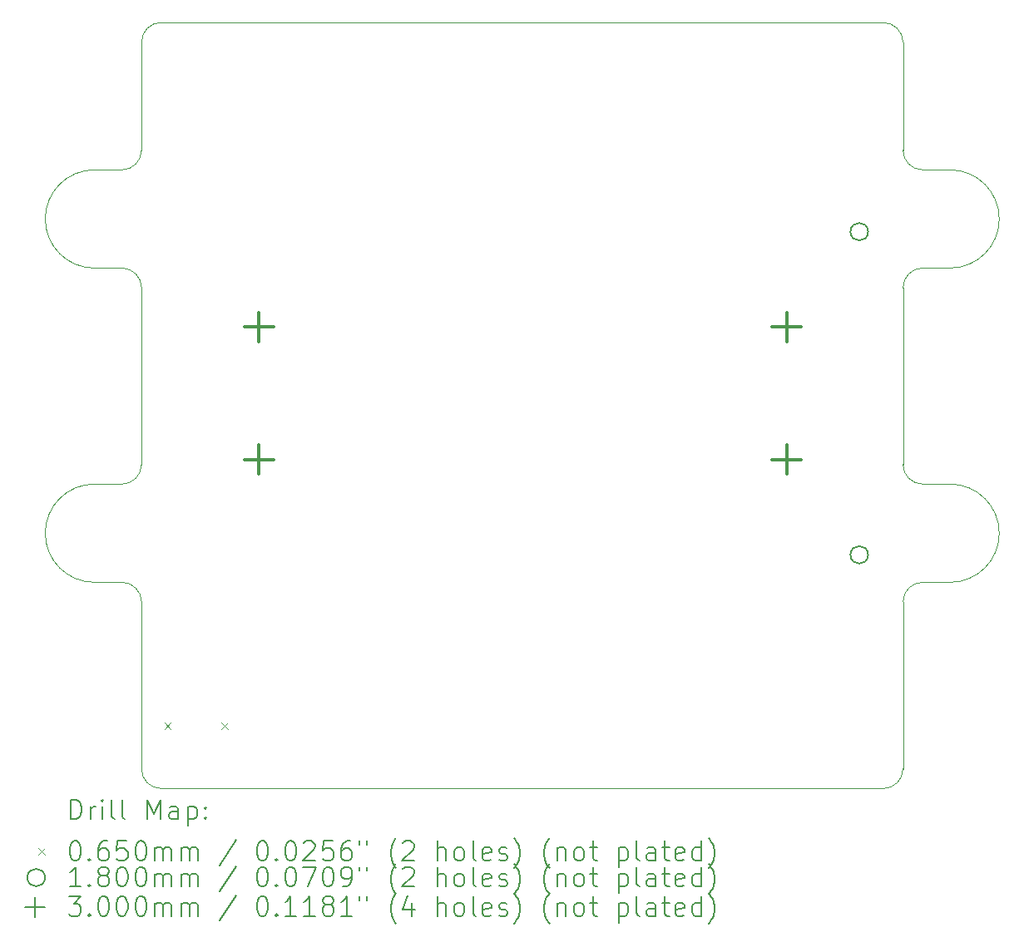
<source format=gbr>
%TF.GenerationSoftware,KiCad,Pcbnew,8.0.2*%
%TF.CreationDate,2025-08-03T00:44:15+02:00*%
%TF.ProjectId,MarinaWatch,4d617269-6e61-4576-9174-63682e6b6963,rev?*%
%TF.SameCoordinates,Original*%
%TF.FileFunction,Drillmap*%
%TF.FilePolarity,Positive*%
%FSLAX45Y45*%
G04 Gerber Fmt 4.5, Leading zero omitted, Abs format (unit mm)*
G04 Created by KiCad (PCBNEW 8.0.2) date 2025-08-03 00:44:15*
%MOMM*%
%LPD*%
G01*
G04 APERTURE LIST*
%ADD10C,0.050000*%
%ADD11C,0.200000*%
%ADD12C,0.100000*%
%ADD13C,0.180000*%
%ADD14C,0.300000*%
G04 APERTURE END LIST*
D10*
X11840000Y-12300000D02*
X12120000Y-12300000D01*
X20270000Y-9100000D02*
G75*
G02*
X20070000Y-8900000I0J200000D01*
G01*
X20270000Y-12300000D02*
G75*
G02*
X20070000Y-12100000I0J200000D01*
G01*
X11840000Y-10100000D02*
X12120000Y-10100000D01*
X11840000Y-13300000D02*
G75*
G02*
X11840000Y-12300000I0J500000D01*
G01*
X20070000Y-15200000D02*
G75*
G02*
X19870000Y-15400000I-200000J0D01*
G01*
X20070000Y-12100000D02*
X20070000Y-10300000D01*
X20550000Y-12300000D02*
G75*
G02*
X20550000Y-13300000I0J-500000D01*
G01*
X20550000Y-9100000D02*
G75*
G02*
X20550000Y-10100000I0J-500000D01*
G01*
X19870000Y-7600000D02*
X12520000Y-7600000D01*
X20550000Y-12300000D02*
X20270000Y-12300000D01*
X11840000Y-9100000D02*
X12120000Y-9100000D01*
X11840000Y-10100000D02*
G75*
G02*
X11840000Y-9100000I0J500000D01*
G01*
X12320000Y-8900000D02*
G75*
G02*
X12120000Y-9100000I-200000J0D01*
G01*
X20550000Y-10100000D02*
X20270000Y-10100000D01*
X20550000Y-13300000D02*
X20270000Y-13300000D01*
X12320000Y-7800000D02*
X12320000Y-8900000D01*
X12120000Y-10100000D02*
G75*
G02*
X12320000Y-10300000I0J-200000D01*
G01*
X11840000Y-13300000D02*
X12120000Y-13300000D01*
X12520000Y-15400000D02*
X19870000Y-15400000D01*
X20070000Y-7800000D02*
X20070000Y-8900000D01*
X20070000Y-13500000D02*
X20070000Y-15200000D01*
X20550000Y-9100000D02*
X20270000Y-9100000D01*
X12120000Y-13300000D02*
G75*
G02*
X12320000Y-13500000I0J-200000D01*
G01*
X12320000Y-7800000D02*
G75*
G02*
X12520000Y-7600000I200000J0D01*
G01*
X20070000Y-13500000D02*
G75*
G02*
X20270000Y-13300000I200000J0D01*
G01*
X12320000Y-10300000D02*
X12320000Y-12100000D01*
X20070000Y-10300000D02*
G75*
G02*
X20270000Y-10100000I200000J0D01*
G01*
X12320000Y-12100000D02*
G75*
G02*
X12120000Y-12300000I-200000J0D01*
G01*
X12520000Y-15400000D02*
G75*
G02*
X12320000Y-15200000I0J200000D01*
G01*
X19870000Y-7600000D02*
G75*
G02*
X20070000Y-7800000I-710J-200710D01*
G01*
X12320000Y-13500000D02*
X12320000Y-15200000D01*
D11*
D12*
X12553500Y-14732000D02*
X12618500Y-14797000D01*
X12618500Y-14732000D02*
X12553500Y-14797000D01*
X13131500Y-14732000D02*
X13196500Y-14797000D01*
X13196500Y-14732000D02*
X13131500Y-14797000D01*
D13*
X19715000Y-9730000D02*
G75*
G02*
X19535000Y-9730000I-90000J0D01*
G01*
X19535000Y-9730000D02*
G75*
G02*
X19715000Y-9730000I90000J0D01*
G01*
X19715000Y-13020000D02*
G75*
G02*
X19535000Y-13020000I-90000J0D01*
G01*
X19535000Y-13020000D02*
G75*
G02*
X19715000Y-13020000I90000J0D01*
G01*
D14*
X13515000Y-10550000D02*
X13515000Y-10850000D01*
X13365000Y-10700000D02*
X13665000Y-10700000D01*
X13515000Y-11900000D02*
X13515000Y-12200000D01*
X13365000Y-12050000D02*
X13665000Y-12050000D01*
X18885000Y-10550000D02*
X18885000Y-10850000D01*
X18735000Y-10700000D02*
X19035000Y-10700000D01*
X18885000Y-11900000D02*
X18885000Y-12200000D01*
X18735000Y-12050000D02*
X19035000Y-12050000D01*
D11*
X11598277Y-15713984D02*
X11598277Y-15513984D01*
X11598277Y-15513984D02*
X11645896Y-15513984D01*
X11645896Y-15513984D02*
X11674467Y-15523508D01*
X11674467Y-15523508D02*
X11693515Y-15542555D01*
X11693515Y-15542555D02*
X11703039Y-15561603D01*
X11703039Y-15561603D02*
X11712562Y-15599698D01*
X11712562Y-15599698D02*
X11712562Y-15628269D01*
X11712562Y-15628269D02*
X11703039Y-15666365D01*
X11703039Y-15666365D02*
X11693515Y-15685412D01*
X11693515Y-15685412D02*
X11674467Y-15704460D01*
X11674467Y-15704460D02*
X11645896Y-15713984D01*
X11645896Y-15713984D02*
X11598277Y-15713984D01*
X11798277Y-15713984D02*
X11798277Y-15580650D01*
X11798277Y-15618746D02*
X11807801Y-15599698D01*
X11807801Y-15599698D02*
X11817324Y-15590174D01*
X11817324Y-15590174D02*
X11836372Y-15580650D01*
X11836372Y-15580650D02*
X11855420Y-15580650D01*
X11922086Y-15713984D02*
X11922086Y-15580650D01*
X11922086Y-15513984D02*
X11912562Y-15523508D01*
X11912562Y-15523508D02*
X11922086Y-15533031D01*
X11922086Y-15533031D02*
X11931610Y-15523508D01*
X11931610Y-15523508D02*
X11922086Y-15513984D01*
X11922086Y-15513984D02*
X11922086Y-15533031D01*
X12045896Y-15713984D02*
X12026848Y-15704460D01*
X12026848Y-15704460D02*
X12017324Y-15685412D01*
X12017324Y-15685412D02*
X12017324Y-15513984D01*
X12150658Y-15713984D02*
X12131610Y-15704460D01*
X12131610Y-15704460D02*
X12122086Y-15685412D01*
X12122086Y-15685412D02*
X12122086Y-15513984D01*
X12379229Y-15713984D02*
X12379229Y-15513984D01*
X12379229Y-15513984D02*
X12445896Y-15656841D01*
X12445896Y-15656841D02*
X12512562Y-15513984D01*
X12512562Y-15513984D02*
X12512562Y-15713984D01*
X12693515Y-15713984D02*
X12693515Y-15609222D01*
X12693515Y-15609222D02*
X12683991Y-15590174D01*
X12683991Y-15590174D02*
X12664943Y-15580650D01*
X12664943Y-15580650D02*
X12626848Y-15580650D01*
X12626848Y-15580650D02*
X12607801Y-15590174D01*
X12693515Y-15704460D02*
X12674467Y-15713984D01*
X12674467Y-15713984D02*
X12626848Y-15713984D01*
X12626848Y-15713984D02*
X12607801Y-15704460D01*
X12607801Y-15704460D02*
X12598277Y-15685412D01*
X12598277Y-15685412D02*
X12598277Y-15666365D01*
X12598277Y-15666365D02*
X12607801Y-15647317D01*
X12607801Y-15647317D02*
X12626848Y-15637793D01*
X12626848Y-15637793D02*
X12674467Y-15637793D01*
X12674467Y-15637793D02*
X12693515Y-15628269D01*
X12788753Y-15580650D02*
X12788753Y-15780650D01*
X12788753Y-15590174D02*
X12807801Y-15580650D01*
X12807801Y-15580650D02*
X12845896Y-15580650D01*
X12845896Y-15580650D02*
X12864943Y-15590174D01*
X12864943Y-15590174D02*
X12874467Y-15599698D01*
X12874467Y-15599698D02*
X12883991Y-15618746D01*
X12883991Y-15618746D02*
X12883991Y-15675888D01*
X12883991Y-15675888D02*
X12874467Y-15694936D01*
X12874467Y-15694936D02*
X12864943Y-15704460D01*
X12864943Y-15704460D02*
X12845896Y-15713984D01*
X12845896Y-15713984D02*
X12807801Y-15713984D01*
X12807801Y-15713984D02*
X12788753Y-15704460D01*
X12969705Y-15694936D02*
X12979229Y-15704460D01*
X12979229Y-15704460D02*
X12969705Y-15713984D01*
X12969705Y-15713984D02*
X12960182Y-15704460D01*
X12960182Y-15704460D02*
X12969705Y-15694936D01*
X12969705Y-15694936D02*
X12969705Y-15713984D01*
X12969705Y-15590174D02*
X12979229Y-15599698D01*
X12979229Y-15599698D02*
X12969705Y-15609222D01*
X12969705Y-15609222D02*
X12960182Y-15599698D01*
X12960182Y-15599698D02*
X12969705Y-15590174D01*
X12969705Y-15590174D02*
X12969705Y-15609222D01*
D12*
X11272500Y-16010000D02*
X11337500Y-16075000D01*
X11337500Y-16010000D02*
X11272500Y-16075000D01*
D11*
X11636372Y-15933984D02*
X11655420Y-15933984D01*
X11655420Y-15933984D02*
X11674467Y-15943508D01*
X11674467Y-15943508D02*
X11683991Y-15953031D01*
X11683991Y-15953031D02*
X11693515Y-15972079D01*
X11693515Y-15972079D02*
X11703039Y-16010174D01*
X11703039Y-16010174D02*
X11703039Y-16057793D01*
X11703039Y-16057793D02*
X11693515Y-16095888D01*
X11693515Y-16095888D02*
X11683991Y-16114936D01*
X11683991Y-16114936D02*
X11674467Y-16124460D01*
X11674467Y-16124460D02*
X11655420Y-16133984D01*
X11655420Y-16133984D02*
X11636372Y-16133984D01*
X11636372Y-16133984D02*
X11617324Y-16124460D01*
X11617324Y-16124460D02*
X11607801Y-16114936D01*
X11607801Y-16114936D02*
X11598277Y-16095888D01*
X11598277Y-16095888D02*
X11588753Y-16057793D01*
X11588753Y-16057793D02*
X11588753Y-16010174D01*
X11588753Y-16010174D02*
X11598277Y-15972079D01*
X11598277Y-15972079D02*
X11607801Y-15953031D01*
X11607801Y-15953031D02*
X11617324Y-15943508D01*
X11617324Y-15943508D02*
X11636372Y-15933984D01*
X11788753Y-16114936D02*
X11798277Y-16124460D01*
X11798277Y-16124460D02*
X11788753Y-16133984D01*
X11788753Y-16133984D02*
X11779229Y-16124460D01*
X11779229Y-16124460D02*
X11788753Y-16114936D01*
X11788753Y-16114936D02*
X11788753Y-16133984D01*
X11969705Y-15933984D02*
X11931610Y-15933984D01*
X11931610Y-15933984D02*
X11912562Y-15943508D01*
X11912562Y-15943508D02*
X11903039Y-15953031D01*
X11903039Y-15953031D02*
X11883991Y-15981603D01*
X11883991Y-15981603D02*
X11874467Y-16019698D01*
X11874467Y-16019698D02*
X11874467Y-16095888D01*
X11874467Y-16095888D02*
X11883991Y-16114936D01*
X11883991Y-16114936D02*
X11893515Y-16124460D01*
X11893515Y-16124460D02*
X11912562Y-16133984D01*
X11912562Y-16133984D02*
X11950658Y-16133984D01*
X11950658Y-16133984D02*
X11969705Y-16124460D01*
X11969705Y-16124460D02*
X11979229Y-16114936D01*
X11979229Y-16114936D02*
X11988753Y-16095888D01*
X11988753Y-16095888D02*
X11988753Y-16048269D01*
X11988753Y-16048269D02*
X11979229Y-16029222D01*
X11979229Y-16029222D02*
X11969705Y-16019698D01*
X11969705Y-16019698D02*
X11950658Y-16010174D01*
X11950658Y-16010174D02*
X11912562Y-16010174D01*
X11912562Y-16010174D02*
X11893515Y-16019698D01*
X11893515Y-16019698D02*
X11883991Y-16029222D01*
X11883991Y-16029222D02*
X11874467Y-16048269D01*
X12169705Y-15933984D02*
X12074467Y-15933984D01*
X12074467Y-15933984D02*
X12064943Y-16029222D01*
X12064943Y-16029222D02*
X12074467Y-16019698D01*
X12074467Y-16019698D02*
X12093515Y-16010174D01*
X12093515Y-16010174D02*
X12141134Y-16010174D01*
X12141134Y-16010174D02*
X12160182Y-16019698D01*
X12160182Y-16019698D02*
X12169705Y-16029222D01*
X12169705Y-16029222D02*
X12179229Y-16048269D01*
X12179229Y-16048269D02*
X12179229Y-16095888D01*
X12179229Y-16095888D02*
X12169705Y-16114936D01*
X12169705Y-16114936D02*
X12160182Y-16124460D01*
X12160182Y-16124460D02*
X12141134Y-16133984D01*
X12141134Y-16133984D02*
X12093515Y-16133984D01*
X12093515Y-16133984D02*
X12074467Y-16124460D01*
X12074467Y-16124460D02*
X12064943Y-16114936D01*
X12303039Y-15933984D02*
X12322086Y-15933984D01*
X12322086Y-15933984D02*
X12341134Y-15943508D01*
X12341134Y-15943508D02*
X12350658Y-15953031D01*
X12350658Y-15953031D02*
X12360182Y-15972079D01*
X12360182Y-15972079D02*
X12369705Y-16010174D01*
X12369705Y-16010174D02*
X12369705Y-16057793D01*
X12369705Y-16057793D02*
X12360182Y-16095888D01*
X12360182Y-16095888D02*
X12350658Y-16114936D01*
X12350658Y-16114936D02*
X12341134Y-16124460D01*
X12341134Y-16124460D02*
X12322086Y-16133984D01*
X12322086Y-16133984D02*
X12303039Y-16133984D01*
X12303039Y-16133984D02*
X12283991Y-16124460D01*
X12283991Y-16124460D02*
X12274467Y-16114936D01*
X12274467Y-16114936D02*
X12264943Y-16095888D01*
X12264943Y-16095888D02*
X12255420Y-16057793D01*
X12255420Y-16057793D02*
X12255420Y-16010174D01*
X12255420Y-16010174D02*
X12264943Y-15972079D01*
X12264943Y-15972079D02*
X12274467Y-15953031D01*
X12274467Y-15953031D02*
X12283991Y-15943508D01*
X12283991Y-15943508D02*
X12303039Y-15933984D01*
X12455420Y-16133984D02*
X12455420Y-16000650D01*
X12455420Y-16019698D02*
X12464943Y-16010174D01*
X12464943Y-16010174D02*
X12483991Y-16000650D01*
X12483991Y-16000650D02*
X12512563Y-16000650D01*
X12512563Y-16000650D02*
X12531610Y-16010174D01*
X12531610Y-16010174D02*
X12541134Y-16029222D01*
X12541134Y-16029222D02*
X12541134Y-16133984D01*
X12541134Y-16029222D02*
X12550658Y-16010174D01*
X12550658Y-16010174D02*
X12569705Y-16000650D01*
X12569705Y-16000650D02*
X12598277Y-16000650D01*
X12598277Y-16000650D02*
X12617324Y-16010174D01*
X12617324Y-16010174D02*
X12626848Y-16029222D01*
X12626848Y-16029222D02*
X12626848Y-16133984D01*
X12722086Y-16133984D02*
X12722086Y-16000650D01*
X12722086Y-16019698D02*
X12731610Y-16010174D01*
X12731610Y-16010174D02*
X12750658Y-16000650D01*
X12750658Y-16000650D02*
X12779229Y-16000650D01*
X12779229Y-16000650D02*
X12798277Y-16010174D01*
X12798277Y-16010174D02*
X12807801Y-16029222D01*
X12807801Y-16029222D02*
X12807801Y-16133984D01*
X12807801Y-16029222D02*
X12817324Y-16010174D01*
X12817324Y-16010174D02*
X12836372Y-16000650D01*
X12836372Y-16000650D02*
X12864943Y-16000650D01*
X12864943Y-16000650D02*
X12883991Y-16010174D01*
X12883991Y-16010174D02*
X12893515Y-16029222D01*
X12893515Y-16029222D02*
X12893515Y-16133984D01*
X13283991Y-15924460D02*
X13112563Y-16181603D01*
X13541134Y-15933984D02*
X13560182Y-15933984D01*
X13560182Y-15933984D02*
X13579229Y-15943508D01*
X13579229Y-15943508D02*
X13588753Y-15953031D01*
X13588753Y-15953031D02*
X13598277Y-15972079D01*
X13598277Y-15972079D02*
X13607801Y-16010174D01*
X13607801Y-16010174D02*
X13607801Y-16057793D01*
X13607801Y-16057793D02*
X13598277Y-16095888D01*
X13598277Y-16095888D02*
X13588753Y-16114936D01*
X13588753Y-16114936D02*
X13579229Y-16124460D01*
X13579229Y-16124460D02*
X13560182Y-16133984D01*
X13560182Y-16133984D02*
X13541134Y-16133984D01*
X13541134Y-16133984D02*
X13522086Y-16124460D01*
X13522086Y-16124460D02*
X13512563Y-16114936D01*
X13512563Y-16114936D02*
X13503039Y-16095888D01*
X13503039Y-16095888D02*
X13493515Y-16057793D01*
X13493515Y-16057793D02*
X13493515Y-16010174D01*
X13493515Y-16010174D02*
X13503039Y-15972079D01*
X13503039Y-15972079D02*
X13512563Y-15953031D01*
X13512563Y-15953031D02*
X13522086Y-15943508D01*
X13522086Y-15943508D02*
X13541134Y-15933984D01*
X13693515Y-16114936D02*
X13703039Y-16124460D01*
X13703039Y-16124460D02*
X13693515Y-16133984D01*
X13693515Y-16133984D02*
X13683991Y-16124460D01*
X13683991Y-16124460D02*
X13693515Y-16114936D01*
X13693515Y-16114936D02*
X13693515Y-16133984D01*
X13826848Y-15933984D02*
X13845896Y-15933984D01*
X13845896Y-15933984D02*
X13864944Y-15943508D01*
X13864944Y-15943508D02*
X13874467Y-15953031D01*
X13874467Y-15953031D02*
X13883991Y-15972079D01*
X13883991Y-15972079D02*
X13893515Y-16010174D01*
X13893515Y-16010174D02*
X13893515Y-16057793D01*
X13893515Y-16057793D02*
X13883991Y-16095888D01*
X13883991Y-16095888D02*
X13874467Y-16114936D01*
X13874467Y-16114936D02*
X13864944Y-16124460D01*
X13864944Y-16124460D02*
X13845896Y-16133984D01*
X13845896Y-16133984D02*
X13826848Y-16133984D01*
X13826848Y-16133984D02*
X13807801Y-16124460D01*
X13807801Y-16124460D02*
X13798277Y-16114936D01*
X13798277Y-16114936D02*
X13788753Y-16095888D01*
X13788753Y-16095888D02*
X13779229Y-16057793D01*
X13779229Y-16057793D02*
X13779229Y-16010174D01*
X13779229Y-16010174D02*
X13788753Y-15972079D01*
X13788753Y-15972079D02*
X13798277Y-15953031D01*
X13798277Y-15953031D02*
X13807801Y-15943508D01*
X13807801Y-15943508D02*
X13826848Y-15933984D01*
X13969706Y-15953031D02*
X13979229Y-15943508D01*
X13979229Y-15943508D02*
X13998277Y-15933984D01*
X13998277Y-15933984D02*
X14045896Y-15933984D01*
X14045896Y-15933984D02*
X14064944Y-15943508D01*
X14064944Y-15943508D02*
X14074467Y-15953031D01*
X14074467Y-15953031D02*
X14083991Y-15972079D01*
X14083991Y-15972079D02*
X14083991Y-15991127D01*
X14083991Y-15991127D02*
X14074467Y-16019698D01*
X14074467Y-16019698D02*
X13960182Y-16133984D01*
X13960182Y-16133984D02*
X14083991Y-16133984D01*
X14264944Y-15933984D02*
X14169706Y-15933984D01*
X14169706Y-15933984D02*
X14160182Y-16029222D01*
X14160182Y-16029222D02*
X14169706Y-16019698D01*
X14169706Y-16019698D02*
X14188753Y-16010174D01*
X14188753Y-16010174D02*
X14236372Y-16010174D01*
X14236372Y-16010174D02*
X14255420Y-16019698D01*
X14255420Y-16019698D02*
X14264944Y-16029222D01*
X14264944Y-16029222D02*
X14274467Y-16048269D01*
X14274467Y-16048269D02*
X14274467Y-16095888D01*
X14274467Y-16095888D02*
X14264944Y-16114936D01*
X14264944Y-16114936D02*
X14255420Y-16124460D01*
X14255420Y-16124460D02*
X14236372Y-16133984D01*
X14236372Y-16133984D02*
X14188753Y-16133984D01*
X14188753Y-16133984D02*
X14169706Y-16124460D01*
X14169706Y-16124460D02*
X14160182Y-16114936D01*
X14445896Y-15933984D02*
X14407801Y-15933984D01*
X14407801Y-15933984D02*
X14388753Y-15943508D01*
X14388753Y-15943508D02*
X14379229Y-15953031D01*
X14379229Y-15953031D02*
X14360182Y-15981603D01*
X14360182Y-15981603D02*
X14350658Y-16019698D01*
X14350658Y-16019698D02*
X14350658Y-16095888D01*
X14350658Y-16095888D02*
X14360182Y-16114936D01*
X14360182Y-16114936D02*
X14369706Y-16124460D01*
X14369706Y-16124460D02*
X14388753Y-16133984D01*
X14388753Y-16133984D02*
X14426848Y-16133984D01*
X14426848Y-16133984D02*
X14445896Y-16124460D01*
X14445896Y-16124460D02*
X14455420Y-16114936D01*
X14455420Y-16114936D02*
X14464944Y-16095888D01*
X14464944Y-16095888D02*
X14464944Y-16048269D01*
X14464944Y-16048269D02*
X14455420Y-16029222D01*
X14455420Y-16029222D02*
X14445896Y-16019698D01*
X14445896Y-16019698D02*
X14426848Y-16010174D01*
X14426848Y-16010174D02*
X14388753Y-16010174D01*
X14388753Y-16010174D02*
X14369706Y-16019698D01*
X14369706Y-16019698D02*
X14360182Y-16029222D01*
X14360182Y-16029222D02*
X14350658Y-16048269D01*
X14541134Y-15933984D02*
X14541134Y-15972079D01*
X14617325Y-15933984D02*
X14617325Y-15972079D01*
X14912563Y-16210174D02*
X14903039Y-16200650D01*
X14903039Y-16200650D02*
X14883991Y-16172079D01*
X14883991Y-16172079D02*
X14874468Y-16153031D01*
X14874468Y-16153031D02*
X14864944Y-16124460D01*
X14864944Y-16124460D02*
X14855420Y-16076841D01*
X14855420Y-16076841D02*
X14855420Y-16038746D01*
X14855420Y-16038746D02*
X14864944Y-15991127D01*
X14864944Y-15991127D02*
X14874468Y-15962555D01*
X14874468Y-15962555D02*
X14883991Y-15943508D01*
X14883991Y-15943508D02*
X14903039Y-15914936D01*
X14903039Y-15914936D02*
X14912563Y-15905412D01*
X14979229Y-15953031D02*
X14988753Y-15943508D01*
X14988753Y-15943508D02*
X15007801Y-15933984D01*
X15007801Y-15933984D02*
X15055420Y-15933984D01*
X15055420Y-15933984D02*
X15074468Y-15943508D01*
X15074468Y-15943508D02*
X15083991Y-15953031D01*
X15083991Y-15953031D02*
X15093515Y-15972079D01*
X15093515Y-15972079D02*
X15093515Y-15991127D01*
X15093515Y-15991127D02*
X15083991Y-16019698D01*
X15083991Y-16019698D02*
X14969706Y-16133984D01*
X14969706Y-16133984D02*
X15093515Y-16133984D01*
X15331610Y-16133984D02*
X15331610Y-15933984D01*
X15417325Y-16133984D02*
X15417325Y-16029222D01*
X15417325Y-16029222D02*
X15407801Y-16010174D01*
X15407801Y-16010174D02*
X15388753Y-16000650D01*
X15388753Y-16000650D02*
X15360182Y-16000650D01*
X15360182Y-16000650D02*
X15341134Y-16010174D01*
X15341134Y-16010174D02*
X15331610Y-16019698D01*
X15541134Y-16133984D02*
X15522087Y-16124460D01*
X15522087Y-16124460D02*
X15512563Y-16114936D01*
X15512563Y-16114936D02*
X15503039Y-16095888D01*
X15503039Y-16095888D02*
X15503039Y-16038746D01*
X15503039Y-16038746D02*
X15512563Y-16019698D01*
X15512563Y-16019698D02*
X15522087Y-16010174D01*
X15522087Y-16010174D02*
X15541134Y-16000650D01*
X15541134Y-16000650D02*
X15569706Y-16000650D01*
X15569706Y-16000650D02*
X15588753Y-16010174D01*
X15588753Y-16010174D02*
X15598277Y-16019698D01*
X15598277Y-16019698D02*
X15607801Y-16038746D01*
X15607801Y-16038746D02*
X15607801Y-16095888D01*
X15607801Y-16095888D02*
X15598277Y-16114936D01*
X15598277Y-16114936D02*
X15588753Y-16124460D01*
X15588753Y-16124460D02*
X15569706Y-16133984D01*
X15569706Y-16133984D02*
X15541134Y-16133984D01*
X15722087Y-16133984D02*
X15703039Y-16124460D01*
X15703039Y-16124460D02*
X15693515Y-16105412D01*
X15693515Y-16105412D02*
X15693515Y-15933984D01*
X15874468Y-16124460D02*
X15855420Y-16133984D01*
X15855420Y-16133984D02*
X15817325Y-16133984D01*
X15817325Y-16133984D02*
X15798277Y-16124460D01*
X15798277Y-16124460D02*
X15788753Y-16105412D01*
X15788753Y-16105412D02*
X15788753Y-16029222D01*
X15788753Y-16029222D02*
X15798277Y-16010174D01*
X15798277Y-16010174D02*
X15817325Y-16000650D01*
X15817325Y-16000650D02*
X15855420Y-16000650D01*
X15855420Y-16000650D02*
X15874468Y-16010174D01*
X15874468Y-16010174D02*
X15883991Y-16029222D01*
X15883991Y-16029222D02*
X15883991Y-16048269D01*
X15883991Y-16048269D02*
X15788753Y-16067317D01*
X15960182Y-16124460D02*
X15979230Y-16133984D01*
X15979230Y-16133984D02*
X16017325Y-16133984D01*
X16017325Y-16133984D02*
X16036372Y-16124460D01*
X16036372Y-16124460D02*
X16045896Y-16105412D01*
X16045896Y-16105412D02*
X16045896Y-16095888D01*
X16045896Y-16095888D02*
X16036372Y-16076841D01*
X16036372Y-16076841D02*
X16017325Y-16067317D01*
X16017325Y-16067317D02*
X15988753Y-16067317D01*
X15988753Y-16067317D02*
X15969706Y-16057793D01*
X15969706Y-16057793D02*
X15960182Y-16038746D01*
X15960182Y-16038746D02*
X15960182Y-16029222D01*
X15960182Y-16029222D02*
X15969706Y-16010174D01*
X15969706Y-16010174D02*
X15988753Y-16000650D01*
X15988753Y-16000650D02*
X16017325Y-16000650D01*
X16017325Y-16000650D02*
X16036372Y-16010174D01*
X16112563Y-16210174D02*
X16122087Y-16200650D01*
X16122087Y-16200650D02*
X16141134Y-16172079D01*
X16141134Y-16172079D02*
X16150658Y-16153031D01*
X16150658Y-16153031D02*
X16160182Y-16124460D01*
X16160182Y-16124460D02*
X16169706Y-16076841D01*
X16169706Y-16076841D02*
X16169706Y-16038746D01*
X16169706Y-16038746D02*
X16160182Y-15991127D01*
X16160182Y-15991127D02*
X16150658Y-15962555D01*
X16150658Y-15962555D02*
X16141134Y-15943508D01*
X16141134Y-15943508D02*
X16122087Y-15914936D01*
X16122087Y-15914936D02*
X16112563Y-15905412D01*
X16474468Y-16210174D02*
X16464944Y-16200650D01*
X16464944Y-16200650D02*
X16445896Y-16172079D01*
X16445896Y-16172079D02*
X16436372Y-16153031D01*
X16436372Y-16153031D02*
X16426849Y-16124460D01*
X16426849Y-16124460D02*
X16417325Y-16076841D01*
X16417325Y-16076841D02*
X16417325Y-16038746D01*
X16417325Y-16038746D02*
X16426849Y-15991127D01*
X16426849Y-15991127D02*
X16436372Y-15962555D01*
X16436372Y-15962555D02*
X16445896Y-15943508D01*
X16445896Y-15943508D02*
X16464944Y-15914936D01*
X16464944Y-15914936D02*
X16474468Y-15905412D01*
X16550658Y-16000650D02*
X16550658Y-16133984D01*
X16550658Y-16019698D02*
X16560182Y-16010174D01*
X16560182Y-16010174D02*
X16579230Y-16000650D01*
X16579230Y-16000650D02*
X16607801Y-16000650D01*
X16607801Y-16000650D02*
X16626849Y-16010174D01*
X16626849Y-16010174D02*
X16636372Y-16029222D01*
X16636372Y-16029222D02*
X16636372Y-16133984D01*
X16760182Y-16133984D02*
X16741134Y-16124460D01*
X16741134Y-16124460D02*
X16731611Y-16114936D01*
X16731611Y-16114936D02*
X16722087Y-16095888D01*
X16722087Y-16095888D02*
X16722087Y-16038746D01*
X16722087Y-16038746D02*
X16731611Y-16019698D01*
X16731611Y-16019698D02*
X16741134Y-16010174D01*
X16741134Y-16010174D02*
X16760182Y-16000650D01*
X16760182Y-16000650D02*
X16788754Y-16000650D01*
X16788754Y-16000650D02*
X16807801Y-16010174D01*
X16807801Y-16010174D02*
X16817325Y-16019698D01*
X16817325Y-16019698D02*
X16826849Y-16038746D01*
X16826849Y-16038746D02*
X16826849Y-16095888D01*
X16826849Y-16095888D02*
X16817325Y-16114936D01*
X16817325Y-16114936D02*
X16807801Y-16124460D01*
X16807801Y-16124460D02*
X16788754Y-16133984D01*
X16788754Y-16133984D02*
X16760182Y-16133984D01*
X16883992Y-16000650D02*
X16960182Y-16000650D01*
X16912563Y-15933984D02*
X16912563Y-16105412D01*
X16912563Y-16105412D02*
X16922087Y-16124460D01*
X16922087Y-16124460D02*
X16941134Y-16133984D01*
X16941134Y-16133984D02*
X16960182Y-16133984D01*
X17179230Y-16000650D02*
X17179230Y-16200650D01*
X17179230Y-16010174D02*
X17198277Y-16000650D01*
X17198277Y-16000650D02*
X17236373Y-16000650D01*
X17236373Y-16000650D02*
X17255420Y-16010174D01*
X17255420Y-16010174D02*
X17264944Y-16019698D01*
X17264944Y-16019698D02*
X17274468Y-16038746D01*
X17274468Y-16038746D02*
X17274468Y-16095888D01*
X17274468Y-16095888D02*
X17264944Y-16114936D01*
X17264944Y-16114936D02*
X17255420Y-16124460D01*
X17255420Y-16124460D02*
X17236373Y-16133984D01*
X17236373Y-16133984D02*
X17198277Y-16133984D01*
X17198277Y-16133984D02*
X17179230Y-16124460D01*
X17388754Y-16133984D02*
X17369706Y-16124460D01*
X17369706Y-16124460D02*
X17360182Y-16105412D01*
X17360182Y-16105412D02*
X17360182Y-15933984D01*
X17550658Y-16133984D02*
X17550658Y-16029222D01*
X17550658Y-16029222D02*
X17541135Y-16010174D01*
X17541135Y-16010174D02*
X17522087Y-16000650D01*
X17522087Y-16000650D02*
X17483992Y-16000650D01*
X17483992Y-16000650D02*
X17464944Y-16010174D01*
X17550658Y-16124460D02*
X17531611Y-16133984D01*
X17531611Y-16133984D02*
X17483992Y-16133984D01*
X17483992Y-16133984D02*
X17464944Y-16124460D01*
X17464944Y-16124460D02*
X17455420Y-16105412D01*
X17455420Y-16105412D02*
X17455420Y-16086365D01*
X17455420Y-16086365D02*
X17464944Y-16067317D01*
X17464944Y-16067317D02*
X17483992Y-16057793D01*
X17483992Y-16057793D02*
X17531611Y-16057793D01*
X17531611Y-16057793D02*
X17550658Y-16048269D01*
X17617325Y-16000650D02*
X17693515Y-16000650D01*
X17645896Y-15933984D02*
X17645896Y-16105412D01*
X17645896Y-16105412D02*
X17655420Y-16124460D01*
X17655420Y-16124460D02*
X17674468Y-16133984D01*
X17674468Y-16133984D02*
X17693515Y-16133984D01*
X17836373Y-16124460D02*
X17817325Y-16133984D01*
X17817325Y-16133984D02*
X17779230Y-16133984D01*
X17779230Y-16133984D02*
X17760182Y-16124460D01*
X17760182Y-16124460D02*
X17750658Y-16105412D01*
X17750658Y-16105412D02*
X17750658Y-16029222D01*
X17750658Y-16029222D02*
X17760182Y-16010174D01*
X17760182Y-16010174D02*
X17779230Y-16000650D01*
X17779230Y-16000650D02*
X17817325Y-16000650D01*
X17817325Y-16000650D02*
X17836373Y-16010174D01*
X17836373Y-16010174D02*
X17845896Y-16029222D01*
X17845896Y-16029222D02*
X17845896Y-16048269D01*
X17845896Y-16048269D02*
X17750658Y-16067317D01*
X18017325Y-16133984D02*
X18017325Y-15933984D01*
X18017325Y-16124460D02*
X17998277Y-16133984D01*
X17998277Y-16133984D02*
X17960182Y-16133984D01*
X17960182Y-16133984D02*
X17941135Y-16124460D01*
X17941135Y-16124460D02*
X17931611Y-16114936D01*
X17931611Y-16114936D02*
X17922087Y-16095888D01*
X17922087Y-16095888D02*
X17922087Y-16038746D01*
X17922087Y-16038746D02*
X17931611Y-16019698D01*
X17931611Y-16019698D02*
X17941135Y-16010174D01*
X17941135Y-16010174D02*
X17960182Y-16000650D01*
X17960182Y-16000650D02*
X17998277Y-16000650D01*
X17998277Y-16000650D02*
X18017325Y-16010174D01*
X18093516Y-16210174D02*
X18103039Y-16200650D01*
X18103039Y-16200650D02*
X18122087Y-16172079D01*
X18122087Y-16172079D02*
X18131611Y-16153031D01*
X18131611Y-16153031D02*
X18141135Y-16124460D01*
X18141135Y-16124460D02*
X18150658Y-16076841D01*
X18150658Y-16076841D02*
X18150658Y-16038746D01*
X18150658Y-16038746D02*
X18141135Y-15991127D01*
X18141135Y-15991127D02*
X18131611Y-15962555D01*
X18131611Y-15962555D02*
X18122087Y-15943508D01*
X18122087Y-15943508D02*
X18103039Y-15914936D01*
X18103039Y-15914936D02*
X18093516Y-15905412D01*
D13*
X11337500Y-16306500D02*
G75*
G02*
X11157500Y-16306500I-90000J0D01*
G01*
X11157500Y-16306500D02*
G75*
G02*
X11337500Y-16306500I90000J0D01*
G01*
D11*
X11703039Y-16397984D02*
X11588753Y-16397984D01*
X11645896Y-16397984D02*
X11645896Y-16197984D01*
X11645896Y-16197984D02*
X11626848Y-16226555D01*
X11626848Y-16226555D02*
X11607801Y-16245603D01*
X11607801Y-16245603D02*
X11588753Y-16255127D01*
X11788753Y-16378936D02*
X11798277Y-16388460D01*
X11798277Y-16388460D02*
X11788753Y-16397984D01*
X11788753Y-16397984D02*
X11779229Y-16388460D01*
X11779229Y-16388460D02*
X11788753Y-16378936D01*
X11788753Y-16378936D02*
X11788753Y-16397984D01*
X11912562Y-16283698D02*
X11893515Y-16274174D01*
X11893515Y-16274174D02*
X11883991Y-16264650D01*
X11883991Y-16264650D02*
X11874467Y-16245603D01*
X11874467Y-16245603D02*
X11874467Y-16236079D01*
X11874467Y-16236079D02*
X11883991Y-16217031D01*
X11883991Y-16217031D02*
X11893515Y-16207508D01*
X11893515Y-16207508D02*
X11912562Y-16197984D01*
X11912562Y-16197984D02*
X11950658Y-16197984D01*
X11950658Y-16197984D02*
X11969705Y-16207508D01*
X11969705Y-16207508D02*
X11979229Y-16217031D01*
X11979229Y-16217031D02*
X11988753Y-16236079D01*
X11988753Y-16236079D02*
X11988753Y-16245603D01*
X11988753Y-16245603D02*
X11979229Y-16264650D01*
X11979229Y-16264650D02*
X11969705Y-16274174D01*
X11969705Y-16274174D02*
X11950658Y-16283698D01*
X11950658Y-16283698D02*
X11912562Y-16283698D01*
X11912562Y-16283698D02*
X11893515Y-16293222D01*
X11893515Y-16293222D02*
X11883991Y-16302746D01*
X11883991Y-16302746D02*
X11874467Y-16321793D01*
X11874467Y-16321793D02*
X11874467Y-16359888D01*
X11874467Y-16359888D02*
X11883991Y-16378936D01*
X11883991Y-16378936D02*
X11893515Y-16388460D01*
X11893515Y-16388460D02*
X11912562Y-16397984D01*
X11912562Y-16397984D02*
X11950658Y-16397984D01*
X11950658Y-16397984D02*
X11969705Y-16388460D01*
X11969705Y-16388460D02*
X11979229Y-16378936D01*
X11979229Y-16378936D02*
X11988753Y-16359888D01*
X11988753Y-16359888D02*
X11988753Y-16321793D01*
X11988753Y-16321793D02*
X11979229Y-16302746D01*
X11979229Y-16302746D02*
X11969705Y-16293222D01*
X11969705Y-16293222D02*
X11950658Y-16283698D01*
X12112562Y-16197984D02*
X12131610Y-16197984D01*
X12131610Y-16197984D02*
X12150658Y-16207508D01*
X12150658Y-16207508D02*
X12160182Y-16217031D01*
X12160182Y-16217031D02*
X12169705Y-16236079D01*
X12169705Y-16236079D02*
X12179229Y-16274174D01*
X12179229Y-16274174D02*
X12179229Y-16321793D01*
X12179229Y-16321793D02*
X12169705Y-16359888D01*
X12169705Y-16359888D02*
X12160182Y-16378936D01*
X12160182Y-16378936D02*
X12150658Y-16388460D01*
X12150658Y-16388460D02*
X12131610Y-16397984D01*
X12131610Y-16397984D02*
X12112562Y-16397984D01*
X12112562Y-16397984D02*
X12093515Y-16388460D01*
X12093515Y-16388460D02*
X12083991Y-16378936D01*
X12083991Y-16378936D02*
X12074467Y-16359888D01*
X12074467Y-16359888D02*
X12064943Y-16321793D01*
X12064943Y-16321793D02*
X12064943Y-16274174D01*
X12064943Y-16274174D02*
X12074467Y-16236079D01*
X12074467Y-16236079D02*
X12083991Y-16217031D01*
X12083991Y-16217031D02*
X12093515Y-16207508D01*
X12093515Y-16207508D02*
X12112562Y-16197984D01*
X12303039Y-16197984D02*
X12322086Y-16197984D01*
X12322086Y-16197984D02*
X12341134Y-16207508D01*
X12341134Y-16207508D02*
X12350658Y-16217031D01*
X12350658Y-16217031D02*
X12360182Y-16236079D01*
X12360182Y-16236079D02*
X12369705Y-16274174D01*
X12369705Y-16274174D02*
X12369705Y-16321793D01*
X12369705Y-16321793D02*
X12360182Y-16359888D01*
X12360182Y-16359888D02*
X12350658Y-16378936D01*
X12350658Y-16378936D02*
X12341134Y-16388460D01*
X12341134Y-16388460D02*
X12322086Y-16397984D01*
X12322086Y-16397984D02*
X12303039Y-16397984D01*
X12303039Y-16397984D02*
X12283991Y-16388460D01*
X12283991Y-16388460D02*
X12274467Y-16378936D01*
X12274467Y-16378936D02*
X12264943Y-16359888D01*
X12264943Y-16359888D02*
X12255420Y-16321793D01*
X12255420Y-16321793D02*
X12255420Y-16274174D01*
X12255420Y-16274174D02*
X12264943Y-16236079D01*
X12264943Y-16236079D02*
X12274467Y-16217031D01*
X12274467Y-16217031D02*
X12283991Y-16207508D01*
X12283991Y-16207508D02*
X12303039Y-16197984D01*
X12455420Y-16397984D02*
X12455420Y-16264650D01*
X12455420Y-16283698D02*
X12464943Y-16274174D01*
X12464943Y-16274174D02*
X12483991Y-16264650D01*
X12483991Y-16264650D02*
X12512563Y-16264650D01*
X12512563Y-16264650D02*
X12531610Y-16274174D01*
X12531610Y-16274174D02*
X12541134Y-16293222D01*
X12541134Y-16293222D02*
X12541134Y-16397984D01*
X12541134Y-16293222D02*
X12550658Y-16274174D01*
X12550658Y-16274174D02*
X12569705Y-16264650D01*
X12569705Y-16264650D02*
X12598277Y-16264650D01*
X12598277Y-16264650D02*
X12617324Y-16274174D01*
X12617324Y-16274174D02*
X12626848Y-16293222D01*
X12626848Y-16293222D02*
X12626848Y-16397984D01*
X12722086Y-16397984D02*
X12722086Y-16264650D01*
X12722086Y-16283698D02*
X12731610Y-16274174D01*
X12731610Y-16274174D02*
X12750658Y-16264650D01*
X12750658Y-16264650D02*
X12779229Y-16264650D01*
X12779229Y-16264650D02*
X12798277Y-16274174D01*
X12798277Y-16274174D02*
X12807801Y-16293222D01*
X12807801Y-16293222D02*
X12807801Y-16397984D01*
X12807801Y-16293222D02*
X12817324Y-16274174D01*
X12817324Y-16274174D02*
X12836372Y-16264650D01*
X12836372Y-16264650D02*
X12864943Y-16264650D01*
X12864943Y-16264650D02*
X12883991Y-16274174D01*
X12883991Y-16274174D02*
X12893515Y-16293222D01*
X12893515Y-16293222D02*
X12893515Y-16397984D01*
X13283991Y-16188460D02*
X13112563Y-16445603D01*
X13541134Y-16197984D02*
X13560182Y-16197984D01*
X13560182Y-16197984D02*
X13579229Y-16207508D01*
X13579229Y-16207508D02*
X13588753Y-16217031D01*
X13588753Y-16217031D02*
X13598277Y-16236079D01*
X13598277Y-16236079D02*
X13607801Y-16274174D01*
X13607801Y-16274174D02*
X13607801Y-16321793D01*
X13607801Y-16321793D02*
X13598277Y-16359888D01*
X13598277Y-16359888D02*
X13588753Y-16378936D01*
X13588753Y-16378936D02*
X13579229Y-16388460D01*
X13579229Y-16388460D02*
X13560182Y-16397984D01*
X13560182Y-16397984D02*
X13541134Y-16397984D01*
X13541134Y-16397984D02*
X13522086Y-16388460D01*
X13522086Y-16388460D02*
X13512563Y-16378936D01*
X13512563Y-16378936D02*
X13503039Y-16359888D01*
X13503039Y-16359888D02*
X13493515Y-16321793D01*
X13493515Y-16321793D02*
X13493515Y-16274174D01*
X13493515Y-16274174D02*
X13503039Y-16236079D01*
X13503039Y-16236079D02*
X13512563Y-16217031D01*
X13512563Y-16217031D02*
X13522086Y-16207508D01*
X13522086Y-16207508D02*
X13541134Y-16197984D01*
X13693515Y-16378936D02*
X13703039Y-16388460D01*
X13703039Y-16388460D02*
X13693515Y-16397984D01*
X13693515Y-16397984D02*
X13683991Y-16388460D01*
X13683991Y-16388460D02*
X13693515Y-16378936D01*
X13693515Y-16378936D02*
X13693515Y-16397984D01*
X13826848Y-16197984D02*
X13845896Y-16197984D01*
X13845896Y-16197984D02*
X13864944Y-16207508D01*
X13864944Y-16207508D02*
X13874467Y-16217031D01*
X13874467Y-16217031D02*
X13883991Y-16236079D01*
X13883991Y-16236079D02*
X13893515Y-16274174D01*
X13893515Y-16274174D02*
X13893515Y-16321793D01*
X13893515Y-16321793D02*
X13883991Y-16359888D01*
X13883991Y-16359888D02*
X13874467Y-16378936D01*
X13874467Y-16378936D02*
X13864944Y-16388460D01*
X13864944Y-16388460D02*
X13845896Y-16397984D01*
X13845896Y-16397984D02*
X13826848Y-16397984D01*
X13826848Y-16397984D02*
X13807801Y-16388460D01*
X13807801Y-16388460D02*
X13798277Y-16378936D01*
X13798277Y-16378936D02*
X13788753Y-16359888D01*
X13788753Y-16359888D02*
X13779229Y-16321793D01*
X13779229Y-16321793D02*
X13779229Y-16274174D01*
X13779229Y-16274174D02*
X13788753Y-16236079D01*
X13788753Y-16236079D02*
X13798277Y-16217031D01*
X13798277Y-16217031D02*
X13807801Y-16207508D01*
X13807801Y-16207508D02*
X13826848Y-16197984D01*
X13960182Y-16197984D02*
X14093515Y-16197984D01*
X14093515Y-16197984D02*
X14007801Y-16397984D01*
X14207801Y-16197984D02*
X14226848Y-16197984D01*
X14226848Y-16197984D02*
X14245896Y-16207508D01*
X14245896Y-16207508D02*
X14255420Y-16217031D01*
X14255420Y-16217031D02*
X14264944Y-16236079D01*
X14264944Y-16236079D02*
X14274467Y-16274174D01*
X14274467Y-16274174D02*
X14274467Y-16321793D01*
X14274467Y-16321793D02*
X14264944Y-16359888D01*
X14264944Y-16359888D02*
X14255420Y-16378936D01*
X14255420Y-16378936D02*
X14245896Y-16388460D01*
X14245896Y-16388460D02*
X14226848Y-16397984D01*
X14226848Y-16397984D02*
X14207801Y-16397984D01*
X14207801Y-16397984D02*
X14188753Y-16388460D01*
X14188753Y-16388460D02*
X14179229Y-16378936D01*
X14179229Y-16378936D02*
X14169706Y-16359888D01*
X14169706Y-16359888D02*
X14160182Y-16321793D01*
X14160182Y-16321793D02*
X14160182Y-16274174D01*
X14160182Y-16274174D02*
X14169706Y-16236079D01*
X14169706Y-16236079D02*
X14179229Y-16217031D01*
X14179229Y-16217031D02*
X14188753Y-16207508D01*
X14188753Y-16207508D02*
X14207801Y-16197984D01*
X14369706Y-16397984D02*
X14407801Y-16397984D01*
X14407801Y-16397984D02*
X14426848Y-16388460D01*
X14426848Y-16388460D02*
X14436372Y-16378936D01*
X14436372Y-16378936D02*
X14455420Y-16350365D01*
X14455420Y-16350365D02*
X14464944Y-16312269D01*
X14464944Y-16312269D02*
X14464944Y-16236079D01*
X14464944Y-16236079D02*
X14455420Y-16217031D01*
X14455420Y-16217031D02*
X14445896Y-16207508D01*
X14445896Y-16207508D02*
X14426848Y-16197984D01*
X14426848Y-16197984D02*
X14388753Y-16197984D01*
X14388753Y-16197984D02*
X14369706Y-16207508D01*
X14369706Y-16207508D02*
X14360182Y-16217031D01*
X14360182Y-16217031D02*
X14350658Y-16236079D01*
X14350658Y-16236079D02*
X14350658Y-16283698D01*
X14350658Y-16283698D02*
X14360182Y-16302746D01*
X14360182Y-16302746D02*
X14369706Y-16312269D01*
X14369706Y-16312269D02*
X14388753Y-16321793D01*
X14388753Y-16321793D02*
X14426848Y-16321793D01*
X14426848Y-16321793D02*
X14445896Y-16312269D01*
X14445896Y-16312269D02*
X14455420Y-16302746D01*
X14455420Y-16302746D02*
X14464944Y-16283698D01*
X14541134Y-16197984D02*
X14541134Y-16236079D01*
X14617325Y-16197984D02*
X14617325Y-16236079D01*
X14912563Y-16474174D02*
X14903039Y-16464650D01*
X14903039Y-16464650D02*
X14883991Y-16436079D01*
X14883991Y-16436079D02*
X14874468Y-16417031D01*
X14874468Y-16417031D02*
X14864944Y-16388460D01*
X14864944Y-16388460D02*
X14855420Y-16340841D01*
X14855420Y-16340841D02*
X14855420Y-16302746D01*
X14855420Y-16302746D02*
X14864944Y-16255127D01*
X14864944Y-16255127D02*
X14874468Y-16226555D01*
X14874468Y-16226555D02*
X14883991Y-16207508D01*
X14883991Y-16207508D02*
X14903039Y-16178936D01*
X14903039Y-16178936D02*
X14912563Y-16169412D01*
X14979229Y-16217031D02*
X14988753Y-16207508D01*
X14988753Y-16207508D02*
X15007801Y-16197984D01*
X15007801Y-16197984D02*
X15055420Y-16197984D01*
X15055420Y-16197984D02*
X15074468Y-16207508D01*
X15074468Y-16207508D02*
X15083991Y-16217031D01*
X15083991Y-16217031D02*
X15093515Y-16236079D01*
X15093515Y-16236079D02*
X15093515Y-16255127D01*
X15093515Y-16255127D02*
X15083991Y-16283698D01*
X15083991Y-16283698D02*
X14969706Y-16397984D01*
X14969706Y-16397984D02*
X15093515Y-16397984D01*
X15331610Y-16397984D02*
X15331610Y-16197984D01*
X15417325Y-16397984D02*
X15417325Y-16293222D01*
X15417325Y-16293222D02*
X15407801Y-16274174D01*
X15407801Y-16274174D02*
X15388753Y-16264650D01*
X15388753Y-16264650D02*
X15360182Y-16264650D01*
X15360182Y-16264650D02*
X15341134Y-16274174D01*
X15341134Y-16274174D02*
X15331610Y-16283698D01*
X15541134Y-16397984D02*
X15522087Y-16388460D01*
X15522087Y-16388460D02*
X15512563Y-16378936D01*
X15512563Y-16378936D02*
X15503039Y-16359888D01*
X15503039Y-16359888D02*
X15503039Y-16302746D01*
X15503039Y-16302746D02*
X15512563Y-16283698D01*
X15512563Y-16283698D02*
X15522087Y-16274174D01*
X15522087Y-16274174D02*
X15541134Y-16264650D01*
X15541134Y-16264650D02*
X15569706Y-16264650D01*
X15569706Y-16264650D02*
X15588753Y-16274174D01*
X15588753Y-16274174D02*
X15598277Y-16283698D01*
X15598277Y-16283698D02*
X15607801Y-16302746D01*
X15607801Y-16302746D02*
X15607801Y-16359888D01*
X15607801Y-16359888D02*
X15598277Y-16378936D01*
X15598277Y-16378936D02*
X15588753Y-16388460D01*
X15588753Y-16388460D02*
X15569706Y-16397984D01*
X15569706Y-16397984D02*
X15541134Y-16397984D01*
X15722087Y-16397984D02*
X15703039Y-16388460D01*
X15703039Y-16388460D02*
X15693515Y-16369412D01*
X15693515Y-16369412D02*
X15693515Y-16197984D01*
X15874468Y-16388460D02*
X15855420Y-16397984D01*
X15855420Y-16397984D02*
X15817325Y-16397984D01*
X15817325Y-16397984D02*
X15798277Y-16388460D01*
X15798277Y-16388460D02*
X15788753Y-16369412D01*
X15788753Y-16369412D02*
X15788753Y-16293222D01*
X15788753Y-16293222D02*
X15798277Y-16274174D01*
X15798277Y-16274174D02*
X15817325Y-16264650D01*
X15817325Y-16264650D02*
X15855420Y-16264650D01*
X15855420Y-16264650D02*
X15874468Y-16274174D01*
X15874468Y-16274174D02*
X15883991Y-16293222D01*
X15883991Y-16293222D02*
X15883991Y-16312269D01*
X15883991Y-16312269D02*
X15788753Y-16331317D01*
X15960182Y-16388460D02*
X15979230Y-16397984D01*
X15979230Y-16397984D02*
X16017325Y-16397984D01*
X16017325Y-16397984D02*
X16036372Y-16388460D01*
X16036372Y-16388460D02*
X16045896Y-16369412D01*
X16045896Y-16369412D02*
X16045896Y-16359888D01*
X16045896Y-16359888D02*
X16036372Y-16340841D01*
X16036372Y-16340841D02*
X16017325Y-16331317D01*
X16017325Y-16331317D02*
X15988753Y-16331317D01*
X15988753Y-16331317D02*
X15969706Y-16321793D01*
X15969706Y-16321793D02*
X15960182Y-16302746D01*
X15960182Y-16302746D02*
X15960182Y-16293222D01*
X15960182Y-16293222D02*
X15969706Y-16274174D01*
X15969706Y-16274174D02*
X15988753Y-16264650D01*
X15988753Y-16264650D02*
X16017325Y-16264650D01*
X16017325Y-16264650D02*
X16036372Y-16274174D01*
X16112563Y-16474174D02*
X16122087Y-16464650D01*
X16122087Y-16464650D02*
X16141134Y-16436079D01*
X16141134Y-16436079D02*
X16150658Y-16417031D01*
X16150658Y-16417031D02*
X16160182Y-16388460D01*
X16160182Y-16388460D02*
X16169706Y-16340841D01*
X16169706Y-16340841D02*
X16169706Y-16302746D01*
X16169706Y-16302746D02*
X16160182Y-16255127D01*
X16160182Y-16255127D02*
X16150658Y-16226555D01*
X16150658Y-16226555D02*
X16141134Y-16207508D01*
X16141134Y-16207508D02*
X16122087Y-16178936D01*
X16122087Y-16178936D02*
X16112563Y-16169412D01*
X16474468Y-16474174D02*
X16464944Y-16464650D01*
X16464944Y-16464650D02*
X16445896Y-16436079D01*
X16445896Y-16436079D02*
X16436372Y-16417031D01*
X16436372Y-16417031D02*
X16426849Y-16388460D01*
X16426849Y-16388460D02*
X16417325Y-16340841D01*
X16417325Y-16340841D02*
X16417325Y-16302746D01*
X16417325Y-16302746D02*
X16426849Y-16255127D01*
X16426849Y-16255127D02*
X16436372Y-16226555D01*
X16436372Y-16226555D02*
X16445896Y-16207508D01*
X16445896Y-16207508D02*
X16464944Y-16178936D01*
X16464944Y-16178936D02*
X16474468Y-16169412D01*
X16550658Y-16264650D02*
X16550658Y-16397984D01*
X16550658Y-16283698D02*
X16560182Y-16274174D01*
X16560182Y-16274174D02*
X16579230Y-16264650D01*
X16579230Y-16264650D02*
X16607801Y-16264650D01*
X16607801Y-16264650D02*
X16626849Y-16274174D01*
X16626849Y-16274174D02*
X16636372Y-16293222D01*
X16636372Y-16293222D02*
X16636372Y-16397984D01*
X16760182Y-16397984D02*
X16741134Y-16388460D01*
X16741134Y-16388460D02*
X16731611Y-16378936D01*
X16731611Y-16378936D02*
X16722087Y-16359888D01*
X16722087Y-16359888D02*
X16722087Y-16302746D01*
X16722087Y-16302746D02*
X16731611Y-16283698D01*
X16731611Y-16283698D02*
X16741134Y-16274174D01*
X16741134Y-16274174D02*
X16760182Y-16264650D01*
X16760182Y-16264650D02*
X16788754Y-16264650D01*
X16788754Y-16264650D02*
X16807801Y-16274174D01*
X16807801Y-16274174D02*
X16817325Y-16283698D01*
X16817325Y-16283698D02*
X16826849Y-16302746D01*
X16826849Y-16302746D02*
X16826849Y-16359888D01*
X16826849Y-16359888D02*
X16817325Y-16378936D01*
X16817325Y-16378936D02*
X16807801Y-16388460D01*
X16807801Y-16388460D02*
X16788754Y-16397984D01*
X16788754Y-16397984D02*
X16760182Y-16397984D01*
X16883992Y-16264650D02*
X16960182Y-16264650D01*
X16912563Y-16197984D02*
X16912563Y-16369412D01*
X16912563Y-16369412D02*
X16922087Y-16388460D01*
X16922087Y-16388460D02*
X16941134Y-16397984D01*
X16941134Y-16397984D02*
X16960182Y-16397984D01*
X17179230Y-16264650D02*
X17179230Y-16464650D01*
X17179230Y-16274174D02*
X17198277Y-16264650D01*
X17198277Y-16264650D02*
X17236373Y-16264650D01*
X17236373Y-16264650D02*
X17255420Y-16274174D01*
X17255420Y-16274174D02*
X17264944Y-16283698D01*
X17264944Y-16283698D02*
X17274468Y-16302746D01*
X17274468Y-16302746D02*
X17274468Y-16359888D01*
X17274468Y-16359888D02*
X17264944Y-16378936D01*
X17264944Y-16378936D02*
X17255420Y-16388460D01*
X17255420Y-16388460D02*
X17236373Y-16397984D01*
X17236373Y-16397984D02*
X17198277Y-16397984D01*
X17198277Y-16397984D02*
X17179230Y-16388460D01*
X17388754Y-16397984D02*
X17369706Y-16388460D01*
X17369706Y-16388460D02*
X17360182Y-16369412D01*
X17360182Y-16369412D02*
X17360182Y-16197984D01*
X17550658Y-16397984D02*
X17550658Y-16293222D01*
X17550658Y-16293222D02*
X17541135Y-16274174D01*
X17541135Y-16274174D02*
X17522087Y-16264650D01*
X17522087Y-16264650D02*
X17483992Y-16264650D01*
X17483992Y-16264650D02*
X17464944Y-16274174D01*
X17550658Y-16388460D02*
X17531611Y-16397984D01*
X17531611Y-16397984D02*
X17483992Y-16397984D01*
X17483992Y-16397984D02*
X17464944Y-16388460D01*
X17464944Y-16388460D02*
X17455420Y-16369412D01*
X17455420Y-16369412D02*
X17455420Y-16350365D01*
X17455420Y-16350365D02*
X17464944Y-16331317D01*
X17464944Y-16331317D02*
X17483992Y-16321793D01*
X17483992Y-16321793D02*
X17531611Y-16321793D01*
X17531611Y-16321793D02*
X17550658Y-16312269D01*
X17617325Y-16264650D02*
X17693515Y-16264650D01*
X17645896Y-16197984D02*
X17645896Y-16369412D01*
X17645896Y-16369412D02*
X17655420Y-16388460D01*
X17655420Y-16388460D02*
X17674468Y-16397984D01*
X17674468Y-16397984D02*
X17693515Y-16397984D01*
X17836373Y-16388460D02*
X17817325Y-16397984D01*
X17817325Y-16397984D02*
X17779230Y-16397984D01*
X17779230Y-16397984D02*
X17760182Y-16388460D01*
X17760182Y-16388460D02*
X17750658Y-16369412D01*
X17750658Y-16369412D02*
X17750658Y-16293222D01*
X17750658Y-16293222D02*
X17760182Y-16274174D01*
X17760182Y-16274174D02*
X17779230Y-16264650D01*
X17779230Y-16264650D02*
X17817325Y-16264650D01*
X17817325Y-16264650D02*
X17836373Y-16274174D01*
X17836373Y-16274174D02*
X17845896Y-16293222D01*
X17845896Y-16293222D02*
X17845896Y-16312269D01*
X17845896Y-16312269D02*
X17750658Y-16331317D01*
X18017325Y-16397984D02*
X18017325Y-16197984D01*
X18017325Y-16388460D02*
X17998277Y-16397984D01*
X17998277Y-16397984D02*
X17960182Y-16397984D01*
X17960182Y-16397984D02*
X17941135Y-16388460D01*
X17941135Y-16388460D02*
X17931611Y-16378936D01*
X17931611Y-16378936D02*
X17922087Y-16359888D01*
X17922087Y-16359888D02*
X17922087Y-16302746D01*
X17922087Y-16302746D02*
X17931611Y-16283698D01*
X17931611Y-16283698D02*
X17941135Y-16274174D01*
X17941135Y-16274174D02*
X17960182Y-16264650D01*
X17960182Y-16264650D02*
X17998277Y-16264650D01*
X17998277Y-16264650D02*
X18017325Y-16274174D01*
X18093516Y-16474174D02*
X18103039Y-16464650D01*
X18103039Y-16464650D02*
X18122087Y-16436079D01*
X18122087Y-16436079D02*
X18131611Y-16417031D01*
X18131611Y-16417031D02*
X18141135Y-16388460D01*
X18141135Y-16388460D02*
X18150658Y-16340841D01*
X18150658Y-16340841D02*
X18150658Y-16302746D01*
X18150658Y-16302746D02*
X18141135Y-16255127D01*
X18141135Y-16255127D02*
X18131611Y-16226555D01*
X18131611Y-16226555D02*
X18122087Y-16207508D01*
X18122087Y-16207508D02*
X18103039Y-16178936D01*
X18103039Y-16178936D02*
X18093516Y-16169412D01*
X11237500Y-16506500D02*
X11237500Y-16706500D01*
X11137500Y-16606500D02*
X11337500Y-16606500D01*
X11579229Y-16497984D02*
X11703039Y-16497984D01*
X11703039Y-16497984D02*
X11636372Y-16574174D01*
X11636372Y-16574174D02*
X11664943Y-16574174D01*
X11664943Y-16574174D02*
X11683991Y-16583698D01*
X11683991Y-16583698D02*
X11693515Y-16593222D01*
X11693515Y-16593222D02*
X11703039Y-16612269D01*
X11703039Y-16612269D02*
X11703039Y-16659888D01*
X11703039Y-16659888D02*
X11693515Y-16678936D01*
X11693515Y-16678936D02*
X11683991Y-16688460D01*
X11683991Y-16688460D02*
X11664943Y-16697984D01*
X11664943Y-16697984D02*
X11607801Y-16697984D01*
X11607801Y-16697984D02*
X11588753Y-16688460D01*
X11588753Y-16688460D02*
X11579229Y-16678936D01*
X11788753Y-16678936D02*
X11798277Y-16688460D01*
X11798277Y-16688460D02*
X11788753Y-16697984D01*
X11788753Y-16697984D02*
X11779229Y-16688460D01*
X11779229Y-16688460D02*
X11788753Y-16678936D01*
X11788753Y-16678936D02*
X11788753Y-16697984D01*
X11922086Y-16497984D02*
X11941134Y-16497984D01*
X11941134Y-16497984D02*
X11960182Y-16507508D01*
X11960182Y-16507508D02*
X11969705Y-16517031D01*
X11969705Y-16517031D02*
X11979229Y-16536079D01*
X11979229Y-16536079D02*
X11988753Y-16574174D01*
X11988753Y-16574174D02*
X11988753Y-16621793D01*
X11988753Y-16621793D02*
X11979229Y-16659888D01*
X11979229Y-16659888D02*
X11969705Y-16678936D01*
X11969705Y-16678936D02*
X11960182Y-16688460D01*
X11960182Y-16688460D02*
X11941134Y-16697984D01*
X11941134Y-16697984D02*
X11922086Y-16697984D01*
X11922086Y-16697984D02*
X11903039Y-16688460D01*
X11903039Y-16688460D02*
X11893515Y-16678936D01*
X11893515Y-16678936D02*
X11883991Y-16659888D01*
X11883991Y-16659888D02*
X11874467Y-16621793D01*
X11874467Y-16621793D02*
X11874467Y-16574174D01*
X11874467Y-16574174D02*
X11883991Y-16536079D01*
X11883991Y-16536079D02*
X11893515Y-16517031D01*
X11893515Y-16517031D02*
X11903039Y-16507508D01*
X11903039Y-16507508D02*
X11922086Y-16497984D01*
X12112562Y-16497984D02*
X12131610Y-16497984D01*
X12131610Y-16497984D02*
X12150658Y-16507508D01*
X12150658Y-16507508D02*
X12160182Y-16517031D01*
X12160182Y-16517031D02*
X12169705Y-16536079D01*
X12169705Y-16536079D02*
X12179229Y-16574174D01*
X12179229Y-16574174D02*
X12179229Y-16621793D01*
X12179229Y-16621793D02*
X12169705Y-16659888D01*
X12169705Y-16659888D02*
X12160182Y-16678936D01*
X12160182Y-16678936D02*
X12150658Y-16688460D01*
X12150658Y-16688460D02*
X12131610Y-16697984D01*
X12131610Y-16697984D02*
X12112562Y-16697984D01*
X12112562Y-16697984D02*
X12093515Y-16688460D01*
X12093515Y-16688460D02*
X12083991Y-16678936D01*
X12083991Y-16678936D02*
X12074467Y-16659888D01*
X12074467Y-16659888D02*
X12064943Y-16621793D01*
X12064943Y-16621793D02*
X12064943Y-16574174D01*
X12064943Y-16574174D02*
X12074467Y-16536079D01*
X12074467Y-16536079D02*
X12083991Y-16517031D01*
X12083991Y-16517031D02*
X12093515Y-16507508D01*
X12093515Y-16507508D02*
X12112562Y-16497984D01*
X12303039Y-16497984D02*
X12322086Y-16497984D01*
X12322086Y-16497984D02*
X12341134Y-16507508D01*
X12341134Y-16507508D02*
X12350658Y-16517031D01*
X12350658Y-16517031D02*
X12360182Y-16536079D01*
X12360182Y-16536079D02*
X12369705Y-16574174D01*
X12369705Y-16574174D02*
X12369705Y-16621793D01*
X12369705Y-16621793D02*
X12360182Y-16659888D01*
X12360182Y-16659888D02*
X12350658Y-16678936D01*
X12350658Y-16678936D02*
X12341134Y-16688460D01*
X12341134Y-16688460D02*
X12322086Y-16697984D01*
X12322086Y-16697984D02*
X12303039Y-16697984D01*
X12303039Y-16697984D02*
X12283991Y-16688460D01*
X12283991Y-16688460D02*
X12274467Y-16678936D01*
X12274467Y-16678936D02*
X12264943Y-16659888D01*
X12264943Y-16659888D02*
X12255420Y-16621793D01*
X12255420Y-16621793D02*
X12255420Y-16574174D01*
X12255420Y-16574174D02*
X12264943Y-16536079D01*
X12264943Y-16536079D02*
X12274467Y-16517031D01*
X12274467Y-16517031D02*
X12283991Y-16507508D01*
X12283991Y-16507508D02*
X12303039Y-16497984D01*
X12455420Y-16697984D02*
X12455420Y-16564650D01*
X12455420Y-16583698D02*
X12464943Y-16574174D01*
X12464943Y-16574174D02*
X12483991Y-16564650D01*
X12483991Y-16564650D02*
X12512563Y-16564650D01*
X12512563Y-16564650D02*
X12531610Y-16574174D01*
X12531610Y-16574174D02*
X12541134Y-16593222D01*
X12541134Y-16593222D02*
X12541134Y-16697984D01*
X12541134Y-16593222D02*
X12550658Y-16574174D01*
X12550658Y-16574174D02*
X12569705Y-16564650D01*
X12569705Y-16564650D02*
X12598277Y-16564650D01*
X12598277Y-16564650D02*
X12617324Y-16574174D01*
X12617324Y-16574174D02*
X12626848Y-16593222D01*
X12626848Y-16593222D02*
X12626848Y-16697984D01*
X12722086Y-16697984D02*
X12722086Y-16564650D01*
X12722086Y-16583698D02*
X12731610Y-16574174D01*
X12731610Y-16574174D02*
X12750658Y-16564650D01*
X12750658Y-16564650D02*
X12779229Y-16564650D01*
X12779229Y-16564650D02*
X12798277Y-16574174D01*
X12798277Y-16574174D02*
X12807801Y-16593222D01*
X12807801Y-16593222D02*
X12807801Y-16697984D01*
X12807801Y-16593222D02*
X12817324Y-16574174D01*
X12817324Y-16574174D02*
X12836372Y-16564650D01*
X12836372Y-16564650D02*
X12864943Y-16564650D01*
X12864943Y-16564650D02*
X12883991Y-16574174D01*
X12883991Y-16574174D02*
X12893515Y-16593222D01*
X12893515Y-16593222D02*
X12893515Y-16697984D01*
X13283991Y-16488460D02*
X13112563Y-16745603D01*
X13541134Y-16497984D02*
X13560182Y-16497984D01*
X13560182Y-16497984D02*
X13579229Y-16507508D01*
X13579229Y-16507508D02*
X13588753Y-16517031D01*
X13588753Y-16517031D02*
X13598277Y-16536079D01*
X13598277Y-16536079D02*
X13607801Y-16574174D01*
X13607801Y-16574174D02*
X13607801Y-16621793D01*
X13607801Y-16621793D02*
X13598277Y-16659888D01*
X13598277Y-16659888D02*
X13588753Y-16678936D01*
X13588753Y-16678936D02*
X13579229Y-16688460D01*
X13579229Y-16688460D02*
X13560182Y-16697984D01*
X13560182Y-16697984D02*
X13541134Y-16697984D01*
X13541134Y-16697984D02*
X13522086Y-16688460D01*
X13522086Y-16688460D02*
X13512563Y-16678936D01*
X13512563Y-16678936D02*
X13503039Y-16659888D01*
X13503039Y-16659888D02*
X13493515Y-16621793D01*
X13493515Y-16621793D02*
X13493515Y-16574174D01*
X13493515Y-16574174D02*
X13503039Y-16536079D01*
X13503039Y-16536079D02*
X13512563Y-16517031D01*
X13512563Y-16517031D02*
X13522086Y-16507508D01*
X13522086Y-16507508D02*
X13541134Y-16497984D01*
X13693515Y-16678936D02*
X13703039Y-16688460D01*
X13703039Y-16688460D02*
X13693515Y-16697984D01*
X13693515Y-16697984D02*
X13683991Y-16688460D01*
X13683991Y-16688460D02*
X13693515Y-16678936D01*
X13693515Y-16678936D02*
X13693515Y-16697984D01*
X13893515Y-16697984D02*
X13779229Y-16697984D01*
X13836372Y-16697984D02*
X13836372Y-16497984D01*
X13836372Y-16497984D02*
X13817325Y-16526555D01*
X13817325Y-16526555D02*
X13798277Y-16545603D01*
X13798277Y-16545603D02*
X13779229Y-16555127D01*
X14083991Y-16697984D02*
X13969706Y-16697984D01*
X14026848Y-16697984D02*
X14026848Y-16497984D01*
X14026848Y-16497984D02*
X14007801Y-16526555D01*
X14007801Y-16526555D02*
X13988753Y-16545603D01*
X13988753Y-16545603D02*
X13969706Y-16555127D01*
X14198277Y-16583698D02*
X14179229Y-16574174D01*
X14179229Y-16574174D02*
X14169706Y-16564650D01*
X14169706Y-16564650D02*
X14160182Y-16545603D01*
X14160182Y-16545603D02*
X14160182Y-16536079D01*
X14160182Y-16536079D02*
X14169706Y-16517031D01*
X14169706Y-16517031D02*
X14179229Y-16507508D01*
X14179229Y-16507508D02*
X14198277Y-16497984D01*
X14198277Y-16497984D02*
X14236372Y-16497984D01*
X14236372Y-16497984D02*
X14255420Y-16507508D01*
X14255420Y-16507508D02*
X14264944Y-16517031D01*
X14264944Y-16517031D02*
X14274467Y-16536079D01*
X14274467Y-16536079D02*
X14274467Y-16545603D01*
X14274467Y-16545603D02*
X14264944Y-16564650D01*
X14264944Y-16564650D02*
X14255420Y-16574174D01*
X14255420Y-16574174D02*
X14236372Y-16583698D01*
X14236372Y-16583698D02*
X14198277Y-16583698D01*
X14198277Y-16583698D02*
X14179229Y-16593222D01*
X14179229Y-16593222D02*
X14169706Y-16602746D01*
X14169706Y-16602746D02*
X14160182Y-16621793D01*
X14160182Y-16621793D02*
X14160182Y-16659888D01*
X14160182Y-16659888D02*
X14169706Y-16678936D01*
X14169706Y-16678936D02*
X14179229Y-16688460D01*
X14179229Y-16688460D02*
X14198277Y-16697984D01*
X14198277Y-16697984D02*
X14236372Y-16697984D01*
X14236372Y-16697984D02*
X14255420Y-16688460D01*
X14255420Y-16688460D02*
X14264944Y-16678936D01*
X14264944Y-16678936D02*
X14274467Y-16659888D01*
X14274467Y-16659888D02*
X14274467Y-16621793D01*
X14274467Y-16621793D02*
X14264944Y-16602746D01*
X14264944Y-16602746D02*
X14255420Y-16593222D01*
X14255420Y-16593222D02*
X14236372Y-16583698D01*
X14464944Y-16697984D02*
X14350658Y-16697984D01*
X14407801Y-16697984D02*
X14407801Y-16497984D01*
X14407801Y-16497984D02*
X14388753Y-16526555D01*
X14388753Y-16526555D02*
X14369706Y-16545603D01*
X14369706Y-16545603D02*
X14350658Y-16555127D01*
X14541134Y-16497984D02*
X14541134Y-16536079D01*
X14617325Y-16497984D02*
X14617325Y-16536079D01*
X14912563Y-16774174D02*
X14903039Y-16764650D01*
X14903039Y-16764650D02*
X14883991Y-16736079D01*
X14883991Y-16736079D02*
X14874468Y-16717031D01*
X14874468Y-16717031D02*
X14864944Y-16688460D01*
X14864944Y-16688460D02*
X14855420Y-16640841D01*
X14855420Y-16640841D02*
X14855420Y-16602746D01*
X14855420Y-16602746D02*
X14864944Y-16555127D01*
X14864944Y-16555127D02*
X14874468Y-16526555D01*
X14874468Y-16526555D02*
X14883991Y-16507508D01*
X14883991Y-16507508D02*
X14903039Y-16478936D01*
X14903039Y-16478936D02*
X14912563Y-16469412D01*
X15074468Y-16564650D02*
X15074468Y-16697984D01*
X15026848Y-16488460D02*
X14979229Y-16631317D01*
X14979229Y-16631317D02*
X15103039Y-16631317D01*
X15331610Y-16697984D02*
X15331610Y-16497984D01*
X15417325Y-16697984D02*
X15417325Y-16593222D01*
X15417325Y-16593222D02*
X15407801Y-16574174D01*
X15407801Y-16574174D02*
X15388753Y-16564650D01*
X15388753Y-16564650D02*
X15360182Y-16564650D01*
X15360182Y-16564650D02*
X15341134Y-16574174D01*
X15341134Y-16574174D02*
X15331610Y-16583698D01*
X15541134Y-16697984D02*
X15522087Y-16688460D01*
X15522087Y-16688460D02*
X15512563Y-16678936D01*
X15512563Y-16678936D02*
X15503039Y-16659888D01*
X15503039Y-16659888D02*
X15503039Y-16602746D01*
X15503039Y-16602746D02*
X15512563Y-16583698D01*
X15512563Y-16583698D02*
X15522087Y-16574174D01*
X15522087Y-16574174D02*
X15541134Y-16564650D01*
X15541134Y-16564650D02*
X15569706Y-16564650D01*
X15569706Y-16564650D02*
X15588753Y-16574174D01*
X15588753Y-16574174D02*
X15598277Y-16583698D01*
X15598277Y-16583698D02*
X15607801Y-16602746D01*
X15607801Y-16602746D02*
X15607801Y-16659888D01*
X15607801Y-16659888D02*
X15598277Y-16678936D01*
X15598277Y-16678936D02*
X15588753Y-16688460D01*
X15588753Y-16688460D02*
X15569706Y-16697984D01*
X15569706Y-16697984D02*
X15541134Y-16697984D01*
X15722087Y-16697984D02*
X15703039Y-16688460D01*
X15703039Y-16688460D02*
X15693515Y-16669412D01*
X15693515Y-16669412D02*
X15693515Y-16497984D01*
X15874468Y-16688460D02*
X15855420Y-16697984D01*
X15855420Y-16697984D02*
X15817325Y-16697984D01*
X15817325Y-16697984D02*
X15798277Y-16688460D01*
X15798277Y-16688460D02*
X15788753Y-16669412D01*
X15788753Y-16669412D02*
X15788753Y-16593222D01*
X15788753Y-16593222D02*
X15798277Y-16574174D01*
X15798277Y-16574174D02*
X15817325Y-16564650D01*
X15817325Y-16564650D02*
X15855420Y-16564650D01*
X15855420Y-16564650D02*
X15874468Y-16574174D01*
X15874468Y-16574174D02*
X15883991Y-16593222D01*
X15883991Y-16593222D02*
X15883991Y-16612269D01*
X15883991Y-16612269D02*
X15788753Y-16631317D01*
X15960182Y-16688460D02*
X15979230Y-16697984D01*
X15979230Y-16697984D02*
X16017325Y-16697984D01*
X16017325Y-16697984D02*
X16036372Y-16688460D01*
X16036372Y-16688460D02*
X16045896Y-16669412D01*
X16045896Y-16669412D02*
X16045896Y-16659888D01*
X16045896Y-16659888D02*
X16036372Y-16640841D01*
X16036372Y-16640841D02*
X16017325Y-16631317D01*
X16017325Y-16631317D02*
X15988753Y-16631317D01*
X15988753Y-16631317D02*
X15969706Y-16621793D01*
X15969706Y-16621793D02*
X15960182Y-16602746D01*
X15960182Y-16602746D02*
X15960182Y-16593222D01*
X15960182Y-16593222D02*
X15969706Y-16574174D01*
X15969706Y-16574174D02*
X15988753Y-16564650D01*
X15988753Y-16564650D02*
X16017325Y-16564650D01*
X16017325Y-16564650D02*
X16036372Y-16574174D01*
X16112563Y-16774174D02*
X16122087Y-16764650D01*
X16122087Y-16764650D02*
X16141134Y-16736079D01*
X16141134Y-16736079D02*
X16150658Y-16717031D01*
X16150658Y-16717031D02*
X16160182Y-16688460D01*
X16160182Y-16688460D02*
X16169706Y-16640841D01*
X16169706Y-16640841D02*
X16169706Y-16602746D01*
X16169706Y-16602746D02*
X16160182Y-16555127D01*
X16160182Y-16555127D02*
X16150658Y-16526555D01*
X16150658Y-16526555D02*
X16141134Y-16507508D01*
X16141134Y-16507508D02*
X16122087Y-16478936D01*
X16122087Y-16478936D02*
X16112563Y-16469412D01*
X16474468Y-16774174D02*
X16464944Y-16764650D01*
X16464944Y-16764650D02*
X16445896Y-16736079D01*
X16445896Y-16736079D02*
X16436372Y-16717031D01*
X16436372Y-16717031D02*
X16426849Y-16688460D01*
X16426849Y-16688460D02*
X16417325Y-16640841D01*
X16417325Y-16640841D02*
X16417325Y-16602746D01*
X16417325Y-16602746D02*
X16426849Y-16555127D01*
X16426849Y-16555127D02*
X16436372Y-16526555D01*
X16436372Y-16526555D02*
X16445896Y-16507508D01*
X16445896Y-16507508D02*
X16464944Y-16478936D01*
X16464944Y-16478936D02*
X16474468Y-16469412D01*
X16550658Y-16564650D02*
X16550658Y-16697984D01*
X16550658Y-16583698D02*
X16560182Y-16574174D01*
X16560182Y-16574174D02*
X16579230Y-16564650D01*
X16579230Y-16564650D02*
X16607801Y-16564650D01*
X16607801Y-16564650D02*
X16626849Y-16574174D01*
X16626849Y-16574174D02*
X16636372Y-16593222D01*
X16636372Y-16593222D02*
X16636372Y-16697984D01*
X16760182Y-16697984D02*
X16741134Y-16688460D01*
X16741134Y-16688460D02*
X16731611Y-16678936D01*
X16731611Y-16678936D02*
X16722087Y-16659888D01*
X16722087Y-16659888D02*
X16722087Y-16602746D01*
X16722087Y-16602746D02*
X16731611Y-16583698D01*
X16731611Y-16583698D02*
X16741134Y-16574174D01*
X16741134Y-16574174D02*
X16760182Y-16564650D01*
X16760182Y-16564650D02*
X16788754Y-16564650D01*
X16788754Y-16564650D02*
X16807801Y-16574174D01*
X16807801Y-16574174D02*
X16817325Y-16583698D01*
X16817325Y-16583698D02*
X16826849Y-16602746D01*
X16826849Y-16602746D02*
X16826849Y-16659888D01*
X16826849Y-16659888D02*
X16817325Y-16678936D01*
X16817325Y-16678936D02*
X16807801Y-16688460D01*
X16807801Y-16688460D02*
X16788754Y-16697984D01*
X16788754Y-16697984D02*
X16760182Y-16697984D01*
X16883992Y-16564650D02*
X16960182Y-16564650D01*
X16912563Y-16497984D02*
X16912563Y-16669412D01*
X16912563Y-16669412D02*
X16922087Y-16688460D01*
X16922087Y-16688460D02*
X16941134Y-16697984D01*
X16941134Y-16697984D02*
X16960182Y-16697984D01*
X17179230Y-16564650D02*
X17179230Y-16764650D01*
X17179230Y-16574174D02*
X17198277Y-16564650D01*
X17198277Y-16564650D02*
X17236373Y-16564650D01*
X17236373Y-16564650D02*
X17255420Y-16574174D01*
X17255420Y-16574174D02*
X17264944Y-16583698D01*
X17264944Y-16583698D02*
X17274468Y-16602746D01*
X17274468Y-16602746D02*
X17274468Y-16659888D01*
X17274468Y-16659888D02*
X17264944Y-16678936D01*
X17264944Y-16678936D02*
X17255420Y-16688460D01*
X17255420Y-16688460D02*
X17236373Y-16697984D01*
X17236373Y-16697984D02*
X17198277Y-16697984D01*
X17198277Y-16697984D02*
X17179230Y-16688460D01*
X17388754Y-16697984D02*
X17369706Y-16688460D01*
X17369706Y-16688460D02*
X17360182Y-16669412D01*
X17360182Y-16669412D02*
X17360182Y-16497984D01*
X17550658Y-16697984D02*
X17550658Y-16593222D01*
X17550658Y-16593222D02*
X17541135Y-16574174D01*
X17541135Y-16574174D02*
X17522087Y-16564650D01*
X17522087Y-16564650D02*
X17483992Y-16564650D01*
X17483992Y-16564650D02*
X17464944Y-16574174D01*
X17550658Y-16688460D02*
X17531611Y-16697984D01*
X17531611Y-16697984D02*
X17483992Y-16697984D01*
X17483992Y-16697984D02*
X17464944Y-16688460D01*
X17464944Y-16688460D02*
X17455420Y-16669412D01*
X17455420Y-16669412D02*
X17455420Y-16650365D01*
X17455420Y-16650365D02*
X17464944Y-16631317D01*
X17464944Y-16631317D02*
X17483992Y-16621793D01*
X17483992Y-16621793D02*
X17531611Y-16621793D01*
X17531611Y-16621793D02*
X17550658Y-16612269D01*
X17617325Y-16564650D02*
X17693515Y-16564650D01*
X17645896Y-16497984D02*
X17645896Y-16669412D01*
X17645896Y-16669412D02*
X17655420Y-16688460D01*
X17655420Y-16688460D02*
X17674468Y-16697984D01*
X17674468Y-16697984D02*
X17693515Y-16697984D01*
X17836373Y-16688460D02*
X17817325Y-16697984D01*
X17817325Y-16697984D02*
X17779230Y-16697984D01*
X17779230Y-16697984D02*
X17760182Y-16688460D01*
X17760182Y-16688460D02*
X17750658Y-16669412D01*
X17750658Y-16669412D02*
X17750658Y-16593222D01*
X17750658Y-16593222D02*
X17760182Y-16574174D01*
X17760182Y-16574174D02*
X17779230Y-16564650D01*
X17779230Y-16564650D02*
X17817325Y-16564650D01*
X17817325Y-16564650D02*
X17836373Y-16574174D01*
X17836373Y-16574174D02*
X17845896Y-16593222D01*
X17845896Y-16593222D02*
X17845896Y-16612269D01*
X17845896Y-16612269D02*
X17750658Y-16631317D01*
X18017325Y-16697984D02*
X18017325Y-16497984D01*
X18017325Y-16688460D02*
X17998277Y-16697984D01*
X17998277Y-16697984D02*
X17960182Y-16697984D01*
X17960182Y-16697984D02*
X17941135Y-16688460D01*
X17941135Y-16688460D02*
X17931611Y-16678936D01*
X17931611Y-16678936D02*
X17922087Y-16659888D01*
X17922087Y-16659888D02*
X17922087Y-16602746D01*
X17922087Y-16602746D02*
X17931611Y-16583698D01*
X17931611Y-16583698D02*
X17941135Y-16574174D01*
X17941135Y-16574174D02*
X17960182Y-16564650D01*
X17960182Y-16564650D02*
X17998277Y-16564650D01*
X17998277Y-16564650D02*
X18017325Y-16574174D01*
X18093516Y-16774174D02*
X18103039Y-16764650D01*
X18103039Y-16764650D02*
X18122087Y-16736079D01*
X18122087Y-16736079D02*
X18131611Y-16717031D01*
X18131611Y-16717031D02*
X18141135Y-16688460D01*
X18141135Y-16688460D02*
X18150658Y-16640841D01*
X18150658Y-16640841D02*
X18150658Y-16602746D01*
X18150658Y-16602746D02*
X18141135Y-16555127D01*
X18141135Y-16555127D02*
X18131611Y-16526555D01*
X18131611Y-16526555D02*
X18122087Y-16507508D01*
X18122087Y-16507508D02*
X18103039Y-16478936D01*
X18103039Y-16478936D02*
X18093516Y-16469412D01*
M02*

</source>
